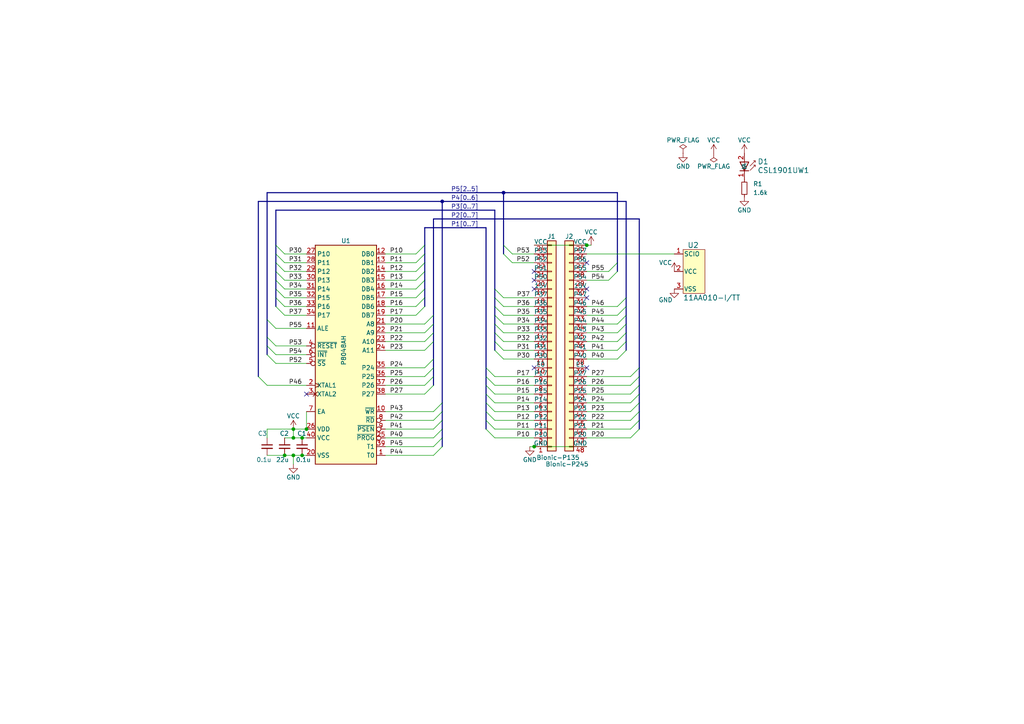
<source format=kicad_sch>
(kicad_sch (version 20230121) (generator eeschema)
  (paper "A4")
  (title_block (title "BionicP8048") (date "2024-11-01") (rev "5") (company "Tadashi G. Takaoka"))
  (lib_symbols
    (symbol "0-LocalLibrary:11AA010-I_TT" (pin_names (offset 0.254))
      (property "Reference" "U" (at 2.54 1.27 0))
      (property "Value" "11AA010-I/TT" (at 3.81 -13.97 0))
      (symbol "11AA010-I_TT_1_1"
        (rectangle (start 0 0) (end 6.35 -12.7) (fill (type background)))
        (pin bidirectional line (at -2.54 -1.27 0) (length 2.54) (name "SCIO") (number "1"))
        (pin power_in line (at -2.54 -6.35 0) (length 2.54) (name "VCC") (number "2"))
        (pin power_in line (at -2.54 -11.43 0) (length 2.54) (name "VSS") (number "3"))
      )
    )
    (symbol "0-LocalLibrary:Bionic-P135" (pin_names (offset 0))
      (property "Reference" "J" (at 0 30.48 0))
      (property "Value" "Bionic-P135" (at -1.27 -33.02 0))
      (symbol "Bionic-P135_1_1"
        (rectangle (start 0 -30.353) (end -1.27 -30.607) (stroke (width 0.1524)))
        (rectangle (start 0 -27.813) (end -1.27 -28.067) (stroke (width 0.1524)))
        (rectangle (start 0 -25.273) (end -1.27 -25.527) (stroke (width 0.1524)))
        (rectangle (start 0 -22.733) (end -1.27 -22.987) (stroke (width 0.1524)))
        (rectangle (start 0 -20.193) (end -1.27 -20.447) (stroke (width 0.1524)))
        (rectangle (start 0 -17.653) (end -1.27 -17.907) (stroke (width 0.1524)))
        (rectangle (start 0 -15.113) (end -1.27 -15.367) (stroke (width 0.1524)))
        (rectangle (start 0 -12.573) (end -1.27 -12.827) (stroke (width 0.1524)))
        (rectangle (start 0 -10.033) (end -1.27 -10.287) (stroke (width 0.1524)))
        (rectangle (start 0 -7.493) (end -1.27 -7.747) (stroke (width 0.1524)))
        (rectangle (start 0 -4.953) (end -1.27 -5.207) (stroke (width 0.1524)))
        (rectangle (start 0 -2.413) (end -1.27 -2.667) (stroke (width 0.1524)))
        (rectangle (start 0 0.127) (end -1.27 -0.127) (stroke (width 0.1524)))
        (rectangle (start 0 2.667) (end -1.27 2.413) (stroke (width 0.1524)))
        (rectangle (start 0 5.207) (end -1.27 4.953) (stroke (width 0.1524)))
        (rectangle (start 0 7.747) (end -1.27 7.493) (stroke (width 0.1524)))
        (rectangle (start 0 10.287) (end -1.27 10.033) (stroke (width 0.1524)))
        (rectangle (start 0 12.827) (end -1.27 12.573) (stroke (width 0.1524)))
        (rectangle (start 0 15.367) (end -1.27 15.113) (stroke (width 0.1524)))
        (rectangle (start 0 17.907) (end -1.27 17.653) (stroke (width 0.1524)))
        (rectangle (start 0 20.447) (end -1.27 20.193) (stroke (width 0.1524)))
        (rectangle (start 0 22.987) (end -1.27 22.733) (stroke (width 0.1524)))
        (rectangle (start 0 25.527) (end -1.27 25.273) (stroke (width 0.1524)))
        (rectangle (start 0 28.067) (end -1.27 27.813) (stroke (width 0.1524)))
        (rectangle (start 1.27 29.21) (end -1.27 -31.75) (stroke (width 0.254)) (fill (type background)))
        (pin power_in line (at -5.08 -30.48 0) (length 3.81) (name "GND") (number "1"))
        (pin bidirectional line (at -5.08 -7.62 0) (length 3.81) (name "E0") (number "10"))
        (pin bidirectional line (at -5.08 -5.08 0) (length 3.81) (name "P30") (number "11"))
        (pin bidirectional line (at -5.08 -2.54 0) (length 3.81) (name "P31") (number "12"))
        (pin bidirectional line (at -5.08 0 0) (length 3.81) (name "P32") (number "13"))
        (pin bidirectional line (at -5.08 2.54 0) (length 3.81) (name "P33") (number "14"))
        (pin bidirectional line (at -5.08 5.08 0) (length 3.81) (name "P34") (number "15"))
        (pin bidirectional line (at -5.08 7.62 0) (length 3.81) (name "P35") (number "16"))
        (pin bidirectional line (at -5.08 10.16 0) (length 3.81) (name "P36") (number "17"))
        (pin bidirectional line (at -5.08 12.7 0) (length 3.81) (name "P37") (number "18"))
        (pin power_in line (at -5.08 15.24 0) (length 3.81) (name "15V") (number "19"))
        (pin bidirectional line (at -5.08 -27.94 0) (length 3.81) (name "P10") (number "2"))
        (pin bidirectional line (at -5.08 17.78 0) (length 3.81) (name "P50") (number "20"))
        (pin bidirectional line (at -5.08 20.32 0) (length 3.81) (name "P51") (number "21"))
        (pin bidirectional line (at -5.08 22.86 0) (length 3.81) (name "P52") (number "22"))
        (pin bidirectional line (at -5.08 25.4 0) (length 3.81) (name "P53") (number "23"))
        (pin power_in line (at -5.08 27.94 0) (length 3.81) (name "VCC") (number "24"))
        (pin bidirectional line (at -5.08 -25.4 0) (length 3.81) (name "P11") (number "3"))
        (pin bidirectional line (at -5.08 -22.86 0) (length 3.81) (name "P12") (number "4"))
        (pin bidirectional line (at -5.08 -20.32 0) (length 3.81) (name "P13") (number "5"))
        (pin bidirectional line (at -5.08 -17.78 0) (length 3.81) (name "P14") (number "6"))
        (pin bidirectional line (at -5.08 -15.24 0) (length 3.81) (name "P15") (number "7"))
        (pin bidirectional line (at -5.08 -12.7 0) (length 3.81) (name "P16") (number "8"))
        (pin bidirectional line (at -5.08 -10.16 0) (length 3.81) (name "P17") (number "9"))
      )
    )
    (symbol "0-LocalLibrary:Bionic-P245" (pin_names (offset 0))
      (property "Reference" "J" (at -3.81 30.48 0))
      (property "Value" "Bionic-P245" (at -1.27 -33.02 0))
      (symbol "Bionic-P245_1_1"
        (rectangle (start -2.54 -30.607) (end -3.81 -30.353) (stroke (width 0.1524)))
        (rectangle (start -2.54 -28.067) (end -3.81 -27.813) (stroke (width 0.1524)))
        (rectangle (start -2.54 -25.527) (end -3.81 -25.273) (stroke (width 0.1524)))
        (rectangle (start -2.54 -22.987) (end -3.81 -22.733) (stroke (width 0.1524)))
        (rectangle (start -2.54 -20.447) (end -3.81 -20.193) (stroke (width 0.1524)))
        (rectangle (start -2.54 -17.907) (end -3.81 -17.653) (stroke (width 0.1524)))
        (rectangle (start -2.54 -15.367) (end -3.81 -15.113) (stroke (width 0.1524)))
        (rectangle (start -2.54 -12.827) (end -3.81 -12.573) (stroke (width 0.1524)))
        (rectangle (start -2.54 -10.287) (end -3.81 -10.033) (stroke (width 0.1524)))
        (rectangle (start -2.54 -7.747) (end -3.81 -7.493) (stroke (width 0.1524)))
        (rectangle (start -2.54 -5.207) (end -3.81 -4.953) (stroke (width 0.1524)))
        (rectangle (start -2.54 -2.667) (end -3.81 -2.413) (stroke (width 0.1524)))
        (rectangle (start -2.54 -0.127) (end -3.81 0.127) (stroke (width 0.1524)))
        (rectangle (start -2.54 2.413) (end -3.81 2.667) (stroke (width 0.1524)))
        (rectangle (start -2.54 4.953) (end -3.81 5.207) (stroke (width 0.1524)))
        (rectangle (start -2.54 7.493) (end -3.81 7.747) (stroke (width 0.1524)))
        (rectangle (start -2.54 10.033) (end -3.81 10.287) (stroke (width 0.1524)))
        (rectangle (start -2.54 12.573) (end -3.81 12.827) (stroke (width 0.1524)))
        (rectangle (start -2.54 15.113) (end -3.81 15.367) (stroke (width 0.1524)))
        (rectangle (start -2.54 17.653) (end -3.81 17.907) (stroke (width 0.1524)))
        (rectangle (start -2.54 20.193) (end -3.81 20.447) (stroke (width 0.1524)))
        (rectangle (start -2.54 22.733) (end -3.81 22.987) (stroke (width 0.1524)))
        (rectangle (start -2.54 25.273) (end -3.81 25.527) (stroke (width 0.1524)))
        (rectangle (start -2.54 27.813) (end -3.81 28.067) (stroke (width 0.1524)))
        (rectangle (start -2.54 29.21) (end -5.08 -31.75) (stroke (width 0.254)) (fill (type background)))
        (pin power_in line (at 1.27 27.94 180) (length 3.81) (name "VCC") (number "25"))
        (pin bidirectional line (at 1.27 25.4 180) (length 3.81) (name "P57") (number "26"))
        (pin bidirectional line (at 1.27 22.86 180) (length 3.81) (name "P56") (number "27"))
        (pin bidirectional line (at 1.27 20.32 180) (length 3.81) (name "P55") (number "28"))
        (pin bidirectional line (at 1.27 17.78 180) (length 3.81) (name "P54") (number "29"))
        (pin power_in line (at 1.27 15.24 180) (length 3.81) (name "15V") (number "30"))
        (pin bidirectional line (at 1.27 12.7 180) (length 3.81) (name "P47") (number "31"))
        (pin bidirectional line (at 1.27 10.16 180) (length 3.81) (name "P46") (number "32"))
        (pin bidirectional line (at 1.27 7.62 180) (length 3.81) (name "P45") (number "33"))
        (pin bidirectional line (at 1.27 5.08 180) (length 3.81) (name "P44") (number "34"))
        (pin bidirectional line (at 1.27 2.54 180) (length 3.81) (name "P43") (number "35"))
        (pin bidirectional line (at 1.27 0 180) (length 3.81) (name "P42") (number "36"))
        (pin bidirectional line (at 1.27 -2.54 180) (length 3.81) (name "P41") (number "37"))
        (pin bidirectional line (at 1.27 -5.08 180) (length 3.81) (name "P40") (number "38"))
        (pin bidirectional line (at 1.27 -7.62 180) (length 3.81) (name "E1") (number "39"))
        (pin bidirectional line (at 1.27 -10.16 180) (length 3.81) (name "P27") (number "40"))
        (pin bidirectional line (at 1.27 -12.7 180) (length 3.81) (name "P26") (number "41"))
        (pin bidirectional line (at 1.27 -15.24 180) (length 3.81) (name "P25") (number "42"))
        (pin bidirectional line (at 1.27 -17.78 180) (length 3.81) (name "P24") (number "43"))
        (pin bidirectional line (at 1.27 -20.32 180) (length 3.81) (name "P23") (number "44"))
        (pin bidirectional line (at 1.27 -22.86 180) (length 3.81) (name "P22") (number "45"))
        (pin bidirectional line (at 1.27 -25.4 180) (length 3.81) (name "P21") (number "46"))
        (pin bidirectional line (at 1.27 -27.94 180) (length 3.81) (name "P20") (number "47"))
        (pin power_in line (at 1.27 -30.48 180) (length 3.81) (name "GND") (number "48"))
      )
    )
    (symbol "0-LocalLibrary:CSL1901UW1" (pin_names (offset 0.254))
      (property "Reference" "D" (at 3.81 -2.54 0))
      (property "Value" "CSL1901UW1" (at 3.81 -5.08 0))
      (symbol "CSL1901UW1_0_1"
        (polyline (pts (xy 2.159 3.175) (xy 2.667 3.175)))
        (polyline (pts (xy 2.54 0) (xy 5.08 0)))
        (polyline (pts (xy 5.08 1.27) (xy 5.08 -1.27)) (stroke (width 0.254)))
        (polyline (pts (xy 3.683 1.651) (xy 2.159 3.175) (xy 2.159 2.667)))
        (polyline (pts (xy 2.54 -1.27) (xy 5.08 0) (xy 2.54 1.27) (xy 2.54 -1.27)) (stroke (width 0.254)))
        (polyline (pts (xy 4.953 1.651) (xy 3.429 3.175) (xy 3.429 2.667) (xy 3.429 3.175) (xy 3.937 3.175)))
      )
      (symbol "CSL1901UW1_1_1"
        (pin passive line (at 7.62 0 180) (length 2.54) (name "K") (number "1"))
        (pin passive line (at 0 0 0) (length 2.54) (name "A") (number "2"))
      )
      (symbol "CSL1901UW1_1_2"
        (polyline (pts (xy -5.08 7.62) (xy -4.445 8.255)) (stroke (width 0.2032)))
        (polyline (pts (xy -5.08 8.255) (xy -5.08 7.62)) (stroke (width 0.2032)))
        (polyline (pts (xy -4.445 6.35) (xy -3.81 6.985)) (stroke (width 0.2032)))
        (polyline (pts (xy -4.445 8.255) (xy -5.08 8.255)) (stroke (width 0.2032)))
        (polyline (pts (xy -4.445 9.525) (xy -3.81 10.16)) (stroke (width 0.2032)))
        (polyline (pts (xy -4.445 10.16) (xy -4.445 9.525)) (stroke (width 0.2032)))
        (polyline (pts (xy -3.81 6.985) (xy -5.08 8.255)) (stroke (width 0.2032)))
        (polyline (pts (xy -3.81 8.255) (xy -3.175 8.89)) (stroke (width 0.2032)))
        (polyline (pts (xy -3.81 10.16) (xy -4.445 10.16)) (stroke (width 0.2032)))
        (polyline (pts (xy -3.175 5.08) (xy -4.445 6.35)) (stroke (width 0.2032)))
        (polyline (pts (xy -3.175 8.89) (xy -4.445 10.16)) (stroke (width 0.2032)))
        (polyline (pts (xy -2.54 6.985) (xy -3.81 8.255)) (stroke (width 0.2032)))
        (polyline (pts (xy -1.905 3.81) (xy 1.905 3.81)) (stroke (width 0.2032)))
        (polyline (pts (xy 0 2.54) (xy 0 3.4798)) (stroke (width 0.2032)))
        (polyline (pts (xy 0 3.175) (xy 0 3.81)) (stroke (width 0.2032)))
        (polyline (pts (xy 0 6.35) (xy -1.905 3.81)) (stroke (width 0.2032)))
        (polyline (pts (xy 0 6.35) (xy 0 7.62)) (stroke (width 0.2032)))
        (polyline (pts (xy 1.905 3.81) (xy 0 6.35)) (stroke (width 0.2032)))
        (polyline (pts (xy 1.905 6.35) (xy -1.905 6.35)) (stroke (width 0.2032)))
        (pin unspecified line (at 0 10.16 270) (length 2.54) (name "") (number "1"))
        (pin unspecified line (at 0 0 90) (length 2.54) (name "") (number "2"))
      )
    )
    (symbol "0-LocalLibrary:P8048AH"
      (property "Reference" "U" (at -1.27 31.75 0))
      (property "Value" "P8048AH" (at 0 -3.81 90))
      (symbol "P8048AH_0_1"
        (rectangle (start -8.89 -33.02) (end 8.89 30.48) (stroke (width 0.254)) (fill (type background)))
      )
      (symbol "P8048AH_1_1"
        (pin output line (at 11.43 -30.48 180) (length 2.54) (name "T0") (number "1"))
        (pin output line (at 11.43 -17.78 180) (length 2.54) (name "~{WR}") (number "10"))
        (pin output line (at -11.43 6.35 0) (length 2.54) (name "ALE") (number "11"))
        (pin bidirectional line (at 11.43 27.94 180) (length 2.54) (name "DB0") (number "12"))
        (pin bidirectional line (at 11.43 25.4 180) (length 2.54) (name "DB1") (number "13"))
        (pin bidirectional line (at 11.43 22.86 180) (length 2.54) (name "DB2") (number "14"))
        (pin bidirectional line (at 11.43 20.32 180) (length 2.54) (name "DB3") (number "15"))
        (pin bidirectional line (at 11.43 17.78 180) (length 2.54) (name "DB4") (number "16"))
        (pin bidirectional line (at 11.43 15.24 180) (length 2.54) (name "DB5") (number "17"))
        (pin bidirectional line (at 11.43 12.7 180) (length 2.54) (name "DB6") (number "18"))
        (pin bidirectional line (at 11.43 10.16 180) (length 2.54) (name "DB7") (number "19"))
        (pin input clock (at -11.43 -10.16 0) (length 2.54) (name "XTAL1") (number "2"))
        (pin power_in line (at -11.43 -30.48 0) (length 2.54) (name "VSS") (number "20"))
        (pin output line (at 11.43 7.62 180) (length 2.54) (name "A8") (number "21"))
        (pin output line (at 11.43 5.08 180) (length 2.54) (name "A9") (number "22"))
        (pin output line (at 11.43 2.54 180) (length 2.54) (name "A10") (number "23"))
        (pin output line (at 11.43 0 180) (length 2.54) (name "A11") (number "24"))
        (pin output inverted (at 11.43 -25.4 180) (length 2.54) (name "~{PROG}") (number "25"))
        (pin power_in line (at -11.43 -22.86 0) (length 2.54) (name "VDD") (number "26"))
        (pin bidirectional line (at -11.43 27.94 0) (length 2.54) (name "P10") (number "27"))
        (pin bidirectional line (at -11.43 25.4 0) (length 2.54) (name "P11") (number "28"))
        (pin bidirectional line (at -11.43 22.86 0) (length 2.54) (name "P12") (number "29"))
        (pin input non_logic (at -11.43 -12.7 0) (length 2.54) (name "XTAL2") (number "3"))
        (pin bidirectional line (at -11.43 20.32 0) (length 2.54) (name "P13") (number "30"))
        (pin bidirectional line (at -11.43 17.78 0) (length 2.54) (name "P14") (number "31"))
        (pin bidirectional line (at -11.43 15.24 0) (length 2.54) (name "P15") (number "32"))
        (pin bidirectional line (at -11.43 12.7 0) (length 2.54) (name "P16") (number "33"))
        (pin bidirectional line (at -11.43 10.16 0) (length 2.54) (name "P17") (number "34"))
        (pin bidirectional line (at 11.43 -5.08 180) (length 2.54) (name "P24") (number "35"))
        (pin bidirectional line (at 11.43 -7.62 180) (length 2.54) (name "P25") (number "36"))
        (pin bidirectional line (at 11.43 -10.16 180) (length 2.54) (name "P26") (number "37"))
        (pin bidirectional line (at 11.43 -12.7 180) (length 2.54) (name "P27") (number "38"))
        (pin output line (at 11.43 -27.94 180) (length 2.54) (name "T1") (number "39"))
        (pin input inverted (at -11.43 1.27 0) (length 2.54) (name "~{RESET}") (number "4"))
        (pin power_in line (at -11.43 -25.4 0) (length 2.54) (name "VCC") (number "40"))
        (pin input inverted (at -11.43 -3.81 0) (length 2.54) (name "~{SS}") (number "5"))
        (pin input inverted (at -11.43 -1.27 0) (length 2.54) (name "~{INT}") (number "6"))
        (pin input line (at -11.43 -17.78 0) (length 2.54) (name "EA") (number "7"))
        (pin output inverted (at 11.43 -20.32 180) (length 2.54) (name "~{RD}") (number "8"))
        (pin output inverted (at 11.43 -22.86 180) (length 2.54) (name "~{PSEN}") (number "9"))
      )
    )
    (symbol "Device:C_Small" (pin_numbers hide) (pin_names (offset 0.254) hide)
      (property "Reference" "C" (at 0.254 1.778 0))
      (property "Value" "C_Small" (at 0.254 -2.032 0))
      (symbol "C_Small_0_1"
        (polyline (pts (xy -1.524 -0.508) (xy 1.524 -0.508)) (stroke (width 0.3302)))
        (polyline (pts (xy -1.524 0.508) (xy 1.524 0.508)) (stroke (width 0.3048)))
      )
      (symbol "C_Small_1_1"
        (pin passive line (at 0 2.54 270) (length 2.032) (name "~") (number "1"))
        (pin passive line (at 0 -2.54 90) (length 2.032) (name "~") (number "2"))
      )
    )
    (symbol "Device:R_Small" (pin_numbers hide) (pin_names (offset 0.254) hide)
      (property "Reference" "R" (at 0.762 0.508 0))
      (property "Value" "R_Small" (at 0.762 -1.016 0))
      (symbol "R_Small_0_1"
        (rectangle (start -0.762 1.778) (end 0.762 -1.778) (stroke (width 0.2032)))
      )
      (symbol "R_Small_1_1"
        (pin passive line (at 0 2.54 270) (length 0.762) (name "~") (number "1"))
        (pin passive line (at 0 -2.54 90) (length 0.762) (name "~") (number "2"))
      )
    )
    (symbol "power:GND" (power) (pin_names (offset 0))
      (property "Value" "GND" (at 0 -3.81 0))
      (symbol "GND_0_1"
        (polyline (pts (xy 0 0) (xy 0 -1.27) (xy 1.27 -1.27) (xy 0 -2.54) (xy -1.27 -1.27) (xy 0 -1.27)))
      )
      (symbol "GND_1_1"
        (pin power_in line (at 0 0 270) (length 0) hide (name "GND") (number "1"))
      )
    )
    (symbol "power:PWR_FLAG" (power) (pin_numbers hide) (pin_names (offset 0) hide)
      (property "Value" "PWR_FLAG" (at 0 3.81 0))
      (symbol "PWR_FLAG_0_0"
        (pin power_out line (at 0 0 90) (length 0) (name "pwr") (number "1"))
      )
      (symbol "PWR_FLAG_0_1"
        (polyline (pts (xy 0 0) (xy 0 1.27) (xy -1.016 1.905) (xy 0 2.54) (xy 1.016 1.905) (xy 0 1.27)))
      )
    )
    (symbol "power:VCC" (power) (pin_names (offset 0))
      (property "Value" "VCC" (at 0 3.81 0))
      (symbol "VCC_0_1"
        (polyline (pts (xy -0.762 1.27) (xy 0 2.54)))
        (polyline (pts (xy 0 0) (xy 0 2.54)))
        (polyline (pts (xy 0 2.54) (xy 0.762 1.27)))
      )
      (symbol "VCC_1_1"
        (pin power_in line (at 0 0 90) (length 0) hide (name "VCC") (number "1"))
      )
    )
  )
  (junction (at 170.18 71.12))
  (junction (at 82.55 132.08))
  (junction (at 85.09 127))
  (junction (at 146.05 55.88))
  (junction (at 87.63 132.08))
  (junction (at 128.27 58.42))
  (junction (at 87.63 127))
  (junction (at 85.09 124.46))
  (junction (at 88.9 124.46))
  (junction (at 85.09 132.08))
  (junction (at 154.94 129.54))
  (no_connect (at 170.18 83.82))
  (no_connect (at 154.94 83.82))
  (no_connect (at 154.94 78.74))
  (no_connect (at 154.94 81.28))
  (no_connect (at 170.18 106.68))
  (no_connect (at 88.9 114.3))
  (no_connect (at 170.18 86.36))
  (no_connect (at 170.18 76.2))
  (no_connect (at 154.94 106.68))
  (bus_entry (at 80.01 78.74) (size 2.54 2.54))
  (bus_entry (at 181.61 101.6) (size -2.54 2.54))
  (bus_entry (at 143.51 124.46) (size -2.54 -2.54))
  (bus_entry (at 143.51 83.82) (size 2.54 2.54))
  (bus_entry (at 80.01 81.28) (size 2.54 2.54))
  (bus_entry (at 185.42 116.84) (size -2.54 2.54))
  (bus_entry (at 120.65 73.66) (size 2.54 -2.54))
  (bus_entry (at 143.51 116.84) (size -2.54 -2.54))
  (bus_entry (at 143.51 127) (size -2.54 -2.54))
  (bus_entry (at 185.42 124.46) (size -2.54 2.54))
  (bus_entry (at 143.51 114.3) (size -2.54 -2.54))
  (bus_entry (at 125.73 96.52) (size -2.54 2.54))
  (bus_entry (at 125.73 99.06) (size -2.54 2.54))
  (bus_entry (at 125.73 104.14) (size -2.54 2.54))
  (bus_entry (at 120.65 83.82) (size 2.54 -2.54))
  (bus_entry (at 120.65 91.44) (size 2.54 -2.54))
  (bus_entry (at 181.61 99.06) (size -2.54 2.54))
  (bus_entry (at 181.61 91.44) (size -2.54 2.54))
  (bus_entry (at 128.27 129.54) (size -2.54 2.54))
  (bus_entry (at 181.61 93.98) (size -2.54 2.54))
  (bus_entry (at 80.01 71.12) (size 2.54 2.54))
  (bus_entry (at 80.01 88.9) (size 2.54 2.54))
  (bus_entry (at 143.51 91.44) (size 2.54 2.54))
  (bus_entry (at 143.51 96.52) (size 2.54 2.54))
  (bus_entry (at 120.65 81.28) (size 2.54 -2.54))
  (bus_entry (at 120.65 86.36) (size 2.54 -2.54))
  (bus_entry (at 181.61 88.9) (size -2.54 2.54))
  (bus_entry (at 143.51 111.76) (size -2.54 -2.54))
  (bus_entry (at 125.73 91.44) (size -2.54 2.54))
  (bus_entry (at 80.01 105.41) (size -2.54 -2.54))
  (bus_entry (at 181.61 86.36) (size -2.54 2.54))
  (bus_entry (at 125.73 111.76) (size -2.54 2.54))
  (bus_entry (at 143.51 88.9) (size 2.54 2.54))
  (bus_entry (at 143.51 121.92) (size -2.54 -2.54))
  (bus_entry (at 185.42 106.68) (size -2.54 2.54))
  (bus_entry (at 74.93 109.22) (size 2.54 2.54))
  (bus_entry (at 143.51 109.22) (size -2.54 -2.54))
  (bus_entry (at 120.65 76.2) (size 2.54 -2.54))
  (bus_entry (at 181.61 96.52) (size -2.54 2.54))
  (bus_entry (at 143.51 99.06) (size 2.54 2.54))
  (bus_entry (at 128.27 116.84) (size -2.54 2.54))
  (bus_entry (at 143.51 86.36) (size 2.54 2.54))
  (bus_entry (at 128.27 121.92) (size -2.54 2.54))
  (bus_entry (at 185.42 109.22) (size -2.54 2.54))
  (bus_entry (at 125.73 106.68) (size -2.54 2.54))
  (bus_entry (at 143.51 93.98) (size 2.54 2.54))
  (bus_entry (at 120.65 78.74) (size 2.54 -2.54))
  (bus_entry (at 176.53 78.74) (size 2.54 -2.54))
  (bus_entry (at 143.51 119.38) (size -2.54 -2.54))
  (bus_entry (at 185.42 111.76) (size -2.54 2.54))
  (bus_entry (at 80.01 73.66) (size 2.54 2.54))
  (bus_entry (at 185.42 121.92) (size -2.54 2.54))
  (bus_entry (at 146.05 71.12) (size 2.54 2.54))
  (bus_entry (at 146.05 73.66) (size 2.54 2.54))
  (bus_entry (at 80.01 102.87) (size -2.54 -2.54))
  (bus_entry (at 143.51 101.6) (size 2.54 2.54))
  (bus_entry (at 125.73 109.22) (size -2.54 2.54))
  (bus_entry (at 185.42 119.38) (size -2.54 2.54))
  (bus_entry (at 128.27 127) (size -2.54 2.54))
  (bus_entry (at 120.65 88.9) (size 2.54 -2.54))
  (bus_entry (at 80.01 86.36) (size 2.54 2.54))
  (bus_entry (at 179.07 78.74) (size -2.54 2.54))
  (bus_entry (at 80.01 76.2) (size 2.54 2.54))
  (bus_entry (at 128.27 119.38) (size -2.54 2.54))
  (bus_entry (at 80.01 100.33) (size -2.54 -2.54))
  (bus_entry (at 80.01 83.82) (size 2.54 2.54))
  (bus_entry (at 125.73 93.98) (size -2.54 2.54))
  (bus_entry (at 185.42 114.3) (size -2.54 2.54))
  (bus_entry (at 128.27 124.46) (size -2.54 2.54))
  (bus_entry (at 80.01 95.25) (size -2.54 -2.54))
  (wire (pts (xy 82.55 127) (xy 85.09 127)))
  (wire (pts (xy 170.18 109.22) (xy 182.88 109.22)))
  (bus (pts (xy 123.19 66.04) (xy 123.19 71.12)))
  (wire (pts (xy 153.67 129.54) (xy 154.94 129.54)))
  (bus (pts (xy 123.19 76.2) (xy 123.19 78.74)))
  (wire (pts (xy 111.76 106.68) (xy 123.19 106.68)))
  (wire (pts (xy 143.51 116.84) (xy 154.94 116.84)))
  (bus (pts (xy 146.05 73.66) (xy 146.05 71.12)))
  (wire (pts (xy 148.59 76.2) (xy 154.94 76.2)))
  (wire (pts (xy 111.76 114.3) (xy 123.19 114.3)))
  (bus (pts (xy 146.05 55.88) (xy 146.05 71.12)))
  (wire (pts (xy 170.18 114.3) (xy 182.88 114.3)))
  (bus (pts (xy 185.42 121.92) (xy 185.42 124.46)))
  (wire (pts (xy 82.55 83.82) (xy 88.9 83.82)))
  (wire (pts (xy 143.51 109.22) (xy 154.94 109.22)))
  (wire (pts (xy 111.76 124.46) (xy 125.73 124.46)))
  (wire (pts (xy 143.51 114.3) (xy 154.94 114.3)))
  (wire (pts (xy 80.01 105.41) (xy 88.9 105.41)))
  (wire (pts (xy 170.18 99.06) (xy 179.07 99.06)))
  (bus (pts (xy 140.97 109.22) (xy 140.97 111.76)))
  (wire (pts (xy 111.76 78.74) (xy 120.65 78.74)))
  (wire (pts (xy 82.55 88.9) (xy 88.9 88.9)))
  (bus (pts (xy 181.61 101.6) (xy 181.61 99.06)))
  (bus (pts (xy 185.42 106.68) (xy 185.42 109.22)))
  (wire (pts (xy 82.55 78.74) (xy 88.9 78.74)))
  (wire (pts (xy 170.18 101.6) (xy 179.07 101.6)))
  (bus (pts (xy 125.73 63.5) (xy 125.73 91.44)))
  (bus (pts (xy 125.73 104.14) (xy 125.73 106.68)))
  (bus (pts (xy 181.61 99.06) (xy 181.61 96.52)))
  (bus (pts (xy 125.73 106.68) (xy 125.73 109.22)))
  (wire (pts (xy 111.76 96.52) (xy 123.19 96.52)))
  (bus (pts (xy 181.61 96.52) (xy 181.61 93.98)))
  (wire (pts (xy 80.01 95.25) (xy 88.9 95.25)))
  (bus (pts (xy 77.47 97.79) (xy 77.47 100.33)))
  (bus (pts (xy 143.51 86.36) (xy 143.51 83.82)))
  (bus (pts (xy 125.73 93.98) (xy 125.73 96.52)))
  (wire (pts (xy 77.47 127) (xy 77.47 124.46)))
  (wire (pts (xy 146.05 88.9) (xy 154.94 88.9)))
  (wire (pts (xy 111.76 81.28) (xy 120.65 81.28)))
  (wire (pts (xy 111.76 83.82) (xy 120.65 83.82)))
  (wire (pts (xy 154.94 71.12) (xy 170.18 71.12)))
  (wire (pts (xy 82.55 73.66) (xy 88.9 73.66)))
  (bus (pts (xy 143.51 101.6) (xy 143.51 99.06)))
  (bus (pts (xy 77.47 92.71) (xy 77.47 97.79)))
  (wire (pts (xy 146.05 104.14) (xy 154.94 104.14)))
  (wire (pts (xy 85.09 124.46) (xy 88.9 124.46)))
  (bus (pts (xy 140.97 116.84) (xy 140.97 119.38)))
  (bus (pts (xy 128.27 116.84) (xy 128.27 119.38)))
  (wire (pts (xy 82.55 86.36) (xy 88.9 86.36)))
  (bus (pts (xy 128.27 121.92) (xy 128.27 124.46)))
  (wire (pts (xy 77.47 132.08) (xy 82.55 132.08)))
  (wire (pts (xy 111.76 129.54) (xy 125.73 129.54)))
  (wire (pts (xy 80.01 102.87) (xy 88.9 102.87)))
  (wire (pts (xy 146.05 91.44) (xy 154.94 91.44)))
  (wire (pts (xy 111.76 111.76) (xy 123.19 111.76)))
  (bus (pts (xy 128.27 124.46) (xy 128.27 127)))
  (bus (pts (xy 80.01 73.66) (xy 80.01 76.2)))
  (wire (pts (xy 111.76 127) (xy 125.73 127)))
  (bus (pts (xy 143.51 96.52) (xy 143.51 93.98)))
  (bus (pts (xy 185.42 114.3) (xy 185.42 116.84)))
  (bus (pts (xy 125.73 91.44) (xy 125.73 93.98)))
  (bus (pts (xy 143.51 83.82) (xy 143.51 60.96)))
  (wire (pts (xy 111.76 101.6) (xy 123.19 101.6)))
  (bus (pts (xy 128.27 58.42) (xy 181.61 58.42)))
  (wire (pts (xy 143.51 121.92) (xy 154.94 121.92)))
  (bus (pts (xy 128.27 58.42) (xy 128.27 116.84)))
  (wire (pts (xy 82.55 91.44) (xy 88.9 91.44)))
  (bus (pts (xy 80.01 83.82) (xy 80.01 86.36)))
  (wire (pts (xy 77.47 124.46) (xy 85.09 124.46)))
  (wire (pts (xy 170.18 88.9) (xy 179.07 88.9)))
  (wire (pts (xy 111.76 119.38) (xy 125.73 119.38)))
  (wire (pts (xy 170.18 71.12) (xy 171.45 71.12)))
  (bus (pts (xy 140.97 106.68) (xy 140.97 109.22)))
  (bus (pts (xy 143.51 91.44) (xy 143.51 88.9)))
  (bus (pts (xy 179.07 76.2) (xy 179.07 55.88)))
  (wire (pts (xy 143.51 127) (xy 154.94 127)))
  (wire (pts (xy 80.01 100.33) (xy 88.9 100.33)))
  (wire (pts (xy 170.18 111.76) (xy 182.88 111.76)))
  (bus (pts (xy 77.47 100.33) (xy 77.47 102.87)))
  (bus (pts (xy 185.42 116.84) (xy 185.42 119.38)))
  (wire (pts (xy 170.18 81.28) (xy 176.53 81.28)))
  (bus (pts (xy 185.42 111.76) (xy 185.42 114.3)))
  (wire (pts (xy 154.94 129.54) (xy 170.18 129.54)))
  (bus (pts (xy 128.27 119.38) (xy 128.27 121.92)))
  (wire (pts (xy 111.76 132.08) (xy 125.73 132.08)))
  (bus (pts (xy 140.97 121.92) (xy 140.97 124.46)))
  (wire (pts (xy 111.76 121.92) (xy 125.73 121.92)))
  (bus (pts (xy 80.01 60.96) (xy 143.51 60.96)))
  (wire (pts (xy 111.76 88.9) (xy 120.65 88.9)))
  (bus (pts (xy 185.42 63.5) (xy 185.42 106.68)))
  (bus (pts (xy 125.73 96.52) (xy 125.73 99.06)))
  (wire (pts (xy 82.55 81.28) (xy 88.9 81.28)))
  (wire (pts (xy 82.55 132.08) (xy 85.09 132.08)))
  (wire (pts (xy 170.18 119.38) (xy 182.88 119.38)))
  (wire (pts (xy 87.63 127) (xy 88.9 127)))
  (wire (pts (xy 111.76 73.66) (xy 120.65 73.66)))
  (bus (pts (xy 80.01 86.36) (xy 80.01 88.9)))
  (bus (pts (xy 123.19 86.36) (xy 123.19 88.9)))
  (bus (pts (xy 140.97 119.38) (xy 140.97 121.92)))
  (bus (pts (xy 80.01 71.12) (xy 80.01 73.66)))
  (bus (pts (xy 128.27 127) (xy 128.27 129.54)))
  (wire (pts (xy 77.47 111.76) (xy 88.9 111.76)))
  (wire (pts (xy 111.76 99.06) (xy 123.19 99.06)))
  (bus (pts (xy 74.93 58.42) (xy 128.27 58.42)))
  (bus (pts (xy 74.93 58.42) (xy 74.93 109.22)))
  (wire (pts (xy 143.51 111.76) (xy 154.94 111.76)))
  (bus (pts (xy 181.61 88.9) (xy 181.61 86.36)))
  (wire (pts (xy 111.76 109.22) (xy 123.19 109.22)))
  (wire (pts (xy 85.09 132.08) (xy 87.63 132.08)))
  (wire (pts (xy 170.18 124.46) (xy 182.88 124.46)))
  (bus (pts (xy 179.07 76.2) (xy 179.07 78.74)))
  (bus (pts (xy 123.19 81.28) (xy 123.19 83.82)))
  (wire (pts (xy 170.18 96.52) (xy 179.07 96.52)))
  (wire (pts (xy 143.51 119.38) (xy 154.94 119.38)))
  (bus (pts (xy 181.61 93.98) (xy 181.61 91.44)))
  (wire (pts (xy 170.18 91.44) (xy 179.07 91.44)))
  (wire (pts (xy 170.18 78.74) (xy 176.53 78.74)))
  (bus (pts (xy 77.47 55.88) (xy 146.05 55.88)))
  (wire (pts (xy 170.18 127) (xy 182.88 127)))
  (wire (pts (xy 146.05 93.98) (xy 154.94 93.98)))
  (wire (pts (xy 111.76 76.2) (xy 120.65 76.2)))
  (bus (pts (xy 185.42 119.38) (xy 185.42 121.92)))
  (bus (pts (xy 123.19 71.12) (xy 123.19 73.66)))
  (wire (pts (xy 85.09 134.62) (xy 85.09 132.08)))
  (wire (pts (xy 146.05 99.06) (xy 154.94 99.06)))
  (wire (pts (xy 111.76 91.44) (xy 120.65 91.44)))
  (bus (pts (xy 143.51 99.06) (xy 143.51 96.52)))
  (wire (pts (xy 170.18 104.14) (xy 179.07 104.14)))
  (bus (pts (xy 125.73 99.06) (xy 125.73 104.14)))
  (wire (pts (xy 146.05 96.52) (xy 154.94 96.52)))
  (wire (pts (xy 146.05 101.6) (xy 154.94 101.6)))
  (bus (pts (xy 181.61 91.44) (xy 181.61 88.9)))
  (bus (pts (xy 140.97 114.3) (xy 140.97 116.84)))
  (wire (pts (xy 170.18 93.98) (xy 179.07 93.98)))
  (bus (pts (xy 80.01 78.74) (xy 80.01 81.28)))
  (bus (pts (xy 125.73 109.22) (xy 125.73 111.76)))
  (wire (pts (xy 85.09 124.46) (xy 85.09 127)))
  (bus (pts (xy 140.97 66.04) (xy 140.97 106.68)))
  (bus (pts (xy 123.19 78.74) (xy 123.19 81.28)))
  (bus (pts (xy 185.42 109.22) (xy 185.42 111.76)))
  (bus (pts (xy 123.19 83.82) (xy 123.19 86.36)))
  (wire (pts (xy 111.76 86.36) (xy 120.65 86.36)))
  (wire (pts (xy 170.18 116.84) (xy 182.88 116.84)))
  (bus (pts (xy 143.51 93.98) (xy 143.51 91.44)))
  (wire (pts (xy 170.18 121.92) (xy 182.88 121.92)))
  (bus (pts (xy 123.19 73.66) (xy 123.19 76.2)))
  (wire (pts (xy 111.76 93.98) (xy 123.19 93.98)))
  (wire (pts (xy 85.09 127) (xy 87.63 127)))
  (wire (pts (xy 146.05 86.36) (xy 154.94 86.36)))
  (wire (pts (xy 87.63 132.08) (xy 88.9 132.08)))
  (wire (pts (xy 82.55 76.2) (xy 88.9 76.2)))
  (bus (pts (xy 80.01 76.2) (xy 80.01 78.74)))
  (wire (pts (xy 143.51 124.46) (xy 154.94 124.46)))
  (bus (pts (xy 77.47 55.88) (xy 77.47 92.71)))
  (bus (pts (xy 125.73 63.5) (xy 185.42 63.5)))
  (bus (pts (xy 80.01 60.96) (xy 80.01 71.12)))
  (wire (pts (xy 170.18 73.66) (xy 195.58 73.66)))
  (bus (pts (xy 80.01 81.28) (xy 80.01 83.82)))
  (bus (pts (xy 140.97 111.76) (xy 140.97 114.3)))
  (wire (pts (xy 88.9 119.38) (xy 88.9 124.46)))
  (bus (pts (xy 181.61 86.36) (xy 181.61 58.42)))
  (bus (pts (xy 143.51 88.9) (xy 143.51 86.36)))
  (bus (pts (xy 123.19 66.04) (xy 140.97 66.04)))
  (bus (pts (xy 179.07 55.88) (xy 146.05 55.88)))
  (wire (pts (xy 148.59 73.66) (xy 154.94 73.66)))
  (label "P54" (at 171.45 81.28 0))
  (label "P21" (at 113.03 96.52 0))
  (label "P31" (at 87.63 76.2 180))
  (label "P23" (at 113.03 101.6 0))
  (label "P37" (at 87.63 91.44 180))
  (label "P11" (at 113.03 76.2 0))
  (label "P20" (at 171.45 127 0))
  (label "P15" (at 153.67 114.3 180))
  (label "P25" (at 113.03 109.22 0))
  (label "P15" (at 113.03 86.36 0))
  (label "P45" (at 171.45 91.44 0))
  (label "P35" (at 87.63 86.36 180))
  (label "P30" (at 149.86 104.14 0))
  (label "P36" (at 87.63 88.9 180))
  (label "P41" (at 171.45 101.6 0))
  (label "P24" (at 171.45 116.84 0))
  (label "P45" (at 113.03 129.54 0))
  (label "P2[0..7]" (at 130.81 63.5 0))
  (label "P54" (at 87.63 102.87 180))
  (label "P42" (at 171.45 99.06 0))
  (label "P25" (at 171.45 114.3 0))
  (label "P20" (at 113.03 93.98 0))
  (label "P11" (at 153.67 124.46 180))
  (label "P12" (at 113.03 78.74 0))
  (label "P37" (at 149.86 86.36 0))
  (label "P34" (at 87.63 83.82 180))
  (label "P21" (at 171.45 124.46 0))
  (label "P16" (at 113.03 88.9 0))
  (label "P32" (at 149.86 99.06 0))
  (label "P33" (at 87.63 81.28 180))
  (label "P53" (at 87.63 100.33 180))
  (label "P13" (at 113.03 81.28 0))
  (label "P17" (at 113.03 91.44 0))
  (label "P16" (at 153.67 111.76 180))
  (label "P3[0..7]" (at 130.81 60.96 0))
  (label "P14" (at 153.67 116.84 180))
  (label "P30" (at 87.63 73.66 180))
  (label "P22" (at 113.03 99.06 0))
  (label "P33" (at 149.86 96.52 0))
  (label "P53" (at 153.67 73.66 180))
  (label "P32" (at 87.63 78.74 180))
  (label "P34" (at 149.86 93.98 0))
  (label "P5[2..5]" (at 130.81 55.88 0))
  (label "P24" (at 113.03 106.68 0))
  (label "P55" (at 87.63 95.25 180))
  (label "P44" (at 113.03 132.08 0))
  (label "P10" (at 153.67 127 180))
  (label "P17" (at 153.67 109.22 180))
  (label "P43" (at 113.03 119.38 0))
  (label "P52" (at 153.67 76.2 180))
  (label "P26" (at 113.03 111.76 0))
  (label "P35" (at 149.86 91.44 0))
  (label "P27" (at 171.45 109.22 0))
  (label "P22" (at 171.45 121.92 0))
  (label "P55" (at 171.45 78.74 0))
  (label "P52" (at 87.63 105.41 180))
  (label "P40" (at 171.45 104.14 0))
  (label "P31" (at 149.86 101.6 0))
  (label "P43" (at 171.45 96.52 0))
  (label "P4[0..6]" (at 130.81 58.42 0))
  (label "P27" (at 113.03 114.3 0))
  (label "P46" (at 171.45 88.9 0))
  (label "P44" (at 171.45 93.98 0))
  (label "P13" (at 153.67 119.38 180))
  (label "P42" (at 113.03 121.92 0))
  (label "P40" (at 113.03 127 0))
  (label "P36" (at 149.86 88.9 0))
  (label "P10" (at 113.03 73.66 0))
  (label "P23" (at 171.45 119.38 0))
  (label "P1[0..7]" (at 130.81 66.04 0))
  (label "P26" (at 171.45 111.76 0))
  (label "P41" (at 113.03 124.46 0))
  (label "P12" (at 153.67 121.92 180))
  (label "P46" (at 87.63 111.76 180))
  (label "P14" (at 113.03 83.82 0))
  (symbol (lib_id "Device:C_Small") (at 82.55 129.54 0) (mirror y) (unit 1)
    (property "Reference" "C2" (at 83.82 125.73 0) (effects (justify left)))
    (property "Value" "22u" (at 83.82 133.35 0) (effects (justify left)))
    (property "Footprint" "Capacitor_SMD:C_0603_1608Metric_Pad1.08x0.95mm_HandSolder" (effects hide))
  )
  (symbol (lib_id "power:VCC") (at 85.09 124.46 0) (unit 1)
    (property "Reference" "#PWR04" (effects hide))
    (property "Value" "VCC" (at 85.09 120.65 0))
  )
  (symbol (lib_id "power:GND") (at 198.12 44.45 0) (unit 1)
    (property "Reference" "#PWR06" (effects hide))
    (property "Value" "GND" (at 198.12 48.26 0))
  )
  (symbol (lib_id "0-LocalLibrary:11AA010-I_TT") (at 198.12 72.39 0) (unit 1)
    (property "Reference" "U2" (at 199.39 71.12 0) (effects (font (size 1.524 1.524)) (justify left)))
    (property "Value" "11AA010-I/TT" (at 198.12 86.36 0) (effects (font (size 1.524 1.524)) (justify left)))
    (property "Footprint" "0-LocalLibrary:SOT-23_MC_MCH-M" (effects hide))
    (property "Datasheet" "11AA010-I/TO" (effects hide))
  )
  (symbol (lib_id "power:VCC") (at 171.45 71.12 0) (unit 1)
    (property "Reference" "#PWR02" (effects hide))
    (property "Value" "VCC" (at 171.45 67.31 0))
  )
  (symbol (lib_id "power:VCC") (at 207.01 44.45 0) (unit 1)
    (property "Reference" "#PWR03" (effects hide))
    (property "Value" "VCC" (at 207.01 40.64 0))
  )
  (symbol (lib_id "0-LocalLibrary:Bionic-P245") (at 168.91 99.06 0) (unit 1)
    (property "Reference" "J2" (at 165.1 68.58 0))
    (property "Value" "Bionic-P245" (at 164.465 134.62 0))
    (property "Footprint" "0-LocalLibrary:Bionic-P245_Vertical" (effects hide))
  )
  (symbol (lib_id "power:GND") (at 195.58 83.82 0) (unit 1)
    (property "Reference" "#PWR05" (effects hide))
    (property "Value" "GND" (at 193.04 86.995 0))
  )
  (symbol (lib_id "power:VCC") (at 215.9 44.45 0) (unit 1)
    (property "Reference" "#PWR09" (effects hide))
    (property "Value" "VCC" (at 215.9 40.64 0))
  )
  (symbol (lib_id "power:PWR_FLAG") (at 207.01 44.45 0) (mirror x) (unit 1)
    (property "Reference" "#FLG02" (effects hide))
    (property "Value" "PWR_FLAG" (at 207.01 48.26 0))
  )
  (symbol (lib_id "power:VCC") (at 195.58 78.74 0) (unit 1)
    (property "Reference" "#PWR01" (effects hide))
    (property "Value" "VCC" (at 193.04 76.2 0))
  )
  (symbol (lib_id "power:PWR_FLAG") (at 198.12 44.45 0) (unit 1)
    (property "Reference" "#FLG01" (effects hide))
    (property "Value" "PWR_FLAG" (at 198.12 40.64 0))
  )
  (symbol (lib_id "power:GND") (at 85.09 134.62 0) (unit 1)
    (property "Reference" "#PWR07" (effects hide))
    (property "Value" "GND" (at 85.09 138.43 0))
  )
  (symbol (lib_id "0-LocalLibrary:P8048AH") (at 100.33 101.6 0) (unit 1)
    (property "Reference" "U1" (at 100.33 69.85 0))
    (property "Value" "P8048AH" (at 99.695 101.6 90))
    (property "Footprint" "0-LocalLibrary:DIP-40_W15.24mm_Socket" (effects hide))
    (property "Datasheet" "https://datasheetspdf.com/pdf-file/541971/Intel/P8048AH/1" (effects hide))
  )
  (symbol (lib_id "Device:C_Small") (at 77.47 129.54 0) (mirror y) (unit 1)
    (property "Reference" "C3" (at 77.47 125.73 0) (effects (justify left)))
    (property "Value" "0.1u" (at 78.74 133.35 0) (effects (justify left)))
    (property "Footprint" "Capacitor_SMD:C_0603_1608Metric_Pad1.08x0.95mm_HandSolder" (effects hide))
  )
  (symbol (lib_id "Device:R_Small") (at 215.9 54.61 0) (unit 1)
    (property "Reference" "R1" (at 218.44 53.34 0) (effects (justify left)))
    (property "Value" "1.6k" (at 218.44 55.88 0) (effects (justify left)))
    (property "Footprint" "Resistor_SMD:R_0603_1608Metric_Pad0.98x0.95mm_HandSolder" (effects hide))
  )
  (symbol (lib_id "power:GND") (at 215.9 57.15 0) (unit 1)
    (property "Reference" "#PWR010" (effects hide))
    (property "Value" "GND" (at 215.9 60.96 0))
  )
  (symbol (lib_id "0-LocalLibrary:CSL1901UW1") (at 215.9 44.45 270) (unit 1)
    (property "Reference" "D1" (at 219.71 46.863 90) (effects (font (size 1.524 1.524)) (justify left)))
    (property "Value" "CSL1901UW1" (at 219.71 49.403 90) (effects (font (size 1.524 1.524)) (justify left)))
    (property "Footprint" "0-LocalLibrary:LED_CSL1901UW1_ROM" (effects hide))
    (property "Datasheet" "https://fscdn.rohm.com/en/products/databook/datasheet/opto/led/chip_mono/csl1901uw1-e.pdf" (effects hide))
  )
  (symbol (lib_id "0-LocalLibrary:Bionic-P135") (at 160.02 99.06 0) (unit 1)
    (property "Reference" "J1" (at 158.75 68.58 0) (effects (justify left)))
    (property "Value" "Bionic-P135" (at 155.575 132.715 0) (effects (justify left)))
    (property "Footprint" "0-LocalLibrary:Bionic-P135_Vertical" (effects hide))
  )
  (symbol (lib_id "Device:C_Small") (at 87.63 129.54 0) (mirror y) (unit 1)
    (property "Reference" "C1" (at 88.9 125.73 0) (effects (justify left)))
    (property "Value" "0.1u" (at 90.17 133.35 0) (effects (justify left)))
    (property "Footprint" "Capacitor_SMD:C_0603_1608Metric_Pad1.08x0.95mm_HandSolder" (effects hide))
  )
  (symbol (lib_id "power:GND") (at 153.67 129.54 0) (unit 1)
    (property "Reference" "#PWR08" (effects hide))
    (property "Value" "GND" (at 153.67 133.35 0))
  )
)
</source>
